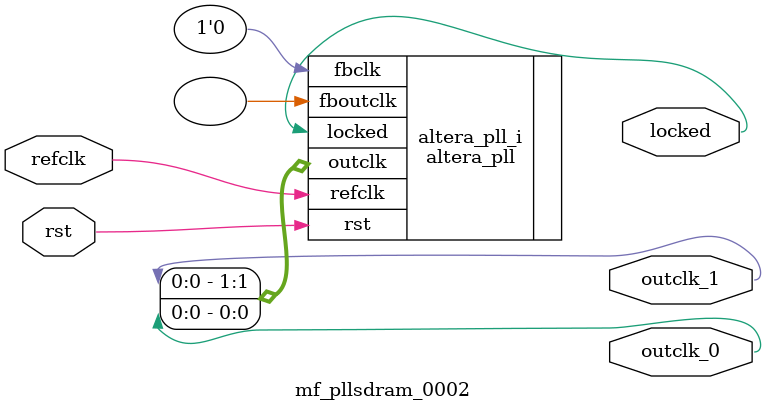
<source format=v>
`timescale 1ns/10ps
module  mf_pllsdram_0002(

	// interface 'refclk'
	input wire refclk,

	// interface 'reset'
	input wire rst,

	// interface 'outclk0'
	output wire outclk_0,

	// interface 'outclk1'
	output wire outclk_1,

	// interface 'locked'
	output wire locked
);

	altera_pll #(
		.fractional_vco_multiplier("false"),
		.reference_clock_frequency("28.63636 MHz"),
		.operation_mode("direct"),
		.number_of_clocks(2),
		.output_clock_frequency0("93.068170 MHz"),
		.phase_shift0("5372 ps"),
		.duty_cycle0(50),
		.output_clock_frequency1("93.068170 MHz"),
		.phase_shift1("2686 ps"),
		.duty_cycle1(50),
		.output_clock_frequency2("0 MHz"),
		.phase_shift2("0 ps"),
		.duty_cycle2(50),
		.output_clock_frequency3("0 MHz"),
		.phase_shift3("0 ps"),
		.duty_cycle3(50),
		.output_clock_frequency4("0 MHz"),
		.phase_shift4("0 ps"),
		.duty_cycle4(50),
		.output_clock_frequency5("0 MHz"),
		.phase_shift5("0 ps"),
		.duty_cycle5(50),
		.output_clock_frequency6("0 MHz"),
		.phase_shift6("0 ps"),
		.duty_cycle6(50),
		.output_clock_frequency7("0 MHz"),
		.phase_shift7("0 ps"),
		.duty_cycle7(50),
		.output_clock_frequency8("0 MHz"),
		.phase_shift8("0 ps"),
		.duty_cycle8(50),
		.output_clock_frequency9("0 MHz"),
		.phase_shift9("0 ps"),
		.duty_cycle9(50),
		.output_clock_frequency10("0 MHz"),
		.phase_shift10("0 ps"),
		.duty_cycle10(50),
		.output_clock_frequency11("0 MHz"),
		.phase_shift11("0 ps"),
		.duty_cycle11(50),
		.output_clock_frequency12("0 MHz"),
		.phase_shift12("0 ps"),
		.duty_cycle12(50),
		.output_clock_frequency13("0 MHz"),
		.phase_shift13("0 ps"),
		.duty_cycle13(50),
		.output_clock_frequency14("0 MHz"),
		.phase_shift14("0 ps"),
		.duty_cycle14(50),
		.output_clock_frequency15("0 MHz"),
		.phase_shift15("0 ps"),
		.duty_cycle15(50),
		.output_clock_frequency16("0 MHz"),
		.phase_shift16("0 ps"),
		.duty_cycle16(50),
		.output_clock_frequency17("0 MHz"),
		.phase_shift17("0 ps"),
		.duty_cycle17(50),
		.pll_type("General"),
		.pll_subtype("General")
	) altera_pll_i (
		.rst	(rst),
		.outclk	({outclk_1, outclk_0}),
		.locked	(locked),
		.fboutclk	( ),
		.fbclk	(1'b0),
		.refclk	(refclk)
	);
endmodule


</source>
